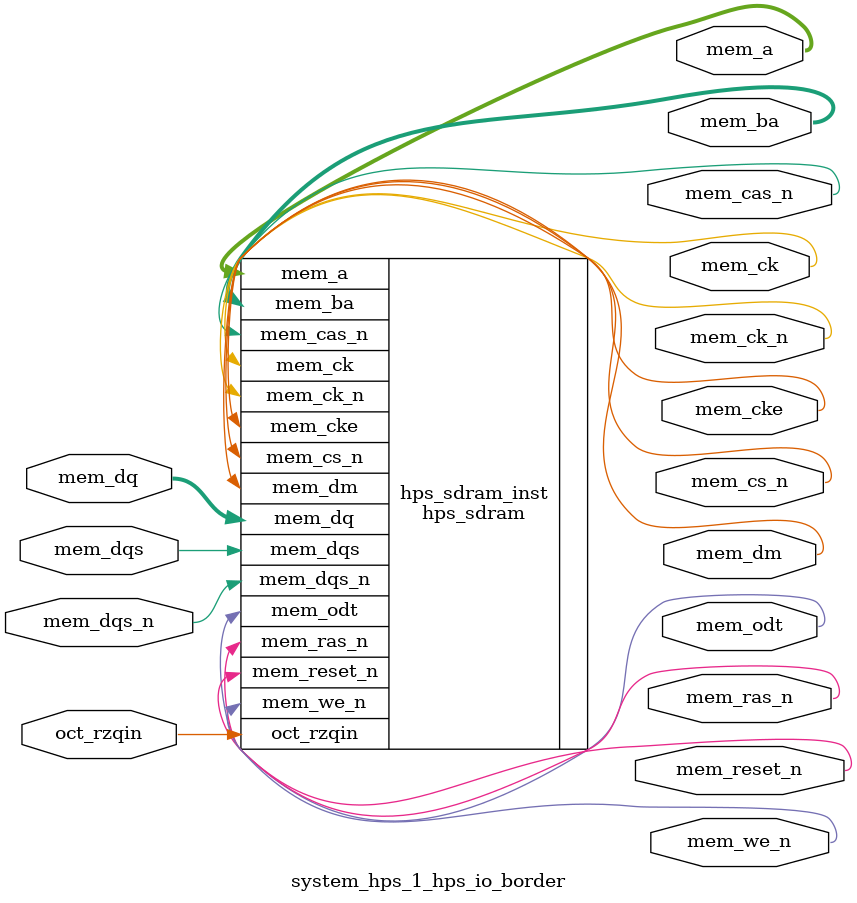
<source format=sv>


module system_hps_1_hps_io_border(
// memory
  output wire [13 - 1 : 0 ] mem_a
 ,output wire [3 - 1 : 0 ] mem_ba
 ,output wire [1 - 1 : 0 ] mem_ck
 ,output wire [1 - 1 : 0 ] mem_ck_n
 ,output wire [1 - 1 : 0 ] mem_cke
 ,output wire [1 - 1 : 0 ] mem_cs_n
 ,output wire [1 - 1 : 0 ] mem_ras_n
 ,output wire [1 - 1 : 0 ] mem_cas_n
 ,output wire [1 - 1 : 0 ] mem_we_n
 ,output wire [1 - 1 : 0 ] mem_reset_n
 ,inout wire [8 - 1 : 0 ] mem_dq
 ,inout wire [1 - 1 : 0 ] mem_dqs
 ,inout wire [1 - 1 : 0 ] mem_dqs_n
 ,output wire [1 - 1 : 0 ] mem_odt
 ,output wire [1 - 1 : 0 ] mem_dm
 ,input wire [1 - 1 : 0 ] oct_rzqin
);


hps_sdram hps_sdram_inst(
 .mem_dq({
    mem_dq[7:0] // 7:0
  })
,.mem_odt({
    mem_odt[0:0] // 0:0
  })
,.mem_ras_n({
    mem_ras_n[0:0] // 0:0
  })
,.mem_dqs_n({
    mem_dqs_n[0:0] // 0:0
  })
,.mem_dqs({
    mem_dqs[0:0] // 0:0
  })
,.mem_dm({
    mem_dm[0:0] // 0:0
  })
,.mem_we_n({
    mem_we_n[0:0] // 0:0
  })
,.mem_cas_n({
    mem_cas_n[0:0] // 0:0
  })
,.mem_ba({
    mem_ba[2:0] // 2:0
  })
,.mem_a({
    mem_a[12:0] // 12:0
  })
,.mem_cs_n({
    mem_cs_n[0:0] // 0:0
  })
,.mem_ck({
    mem_ck[0:0] // 0:0
  })
,.mem_cke({
    mem_cke[0:0] // 0:0
  })
,.oct_rzqin({
    oct_rzqin[0:0] // 0:0
  })
,.mem_reset_n({
    mem_reset_n[0:0] // 0:0
  })
,.mem_ck_n({
    mem_ck_n[0:0] // 0:0
  })
);

endmodule


</source>
